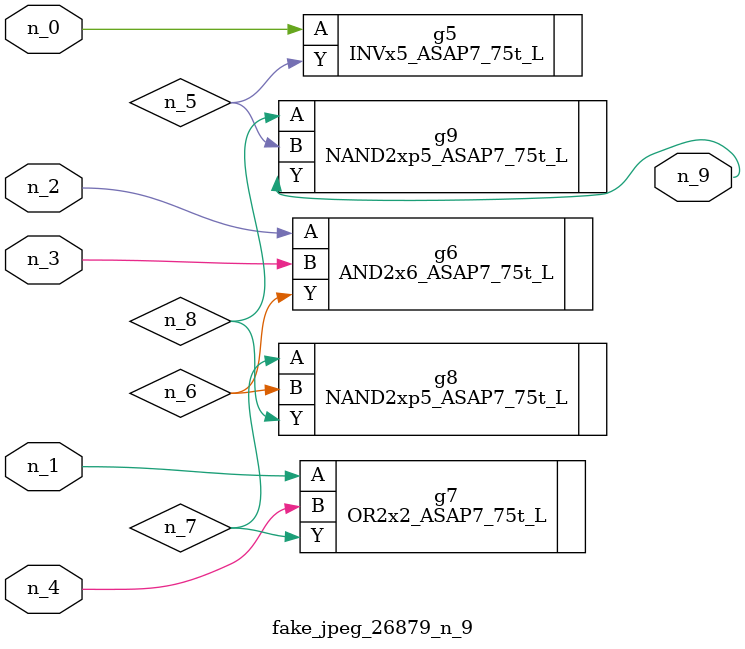
<source format=v>
module fake_jpeg_26879_n_9 (n_3, n_2, n_1, n_0, n_4, n_9);

input n_3;
input n_2;
input n_1;
input n_0;
input n_4;

output n_9;

wire n_8;
wire n_6;
wire n_5;
wire n_7;

INVx5_ASAP7_75t_L g5 ( 
.A(n_0),
.Y(n_5)
);

AND2x6_ASAP7_75t_L g6 ( 
.A(n_2),
.B(n_3),
.Y(n_6)
);

OR2x2_ASAP7_75t_L g7 ( 
.A(n_1),
.B(n_4),
.Y(n_7)
);

NAND2xp5_ASAP7_75t_L g8 ( 
.A(n_7),
.B(n_6),
.Y(n_8)
);

NAND2xp5_ASAP7_75t_L g9 ( 
.A(n_8),
.B(n_5),
.Y(n_9)
);


endmodule
</source>
